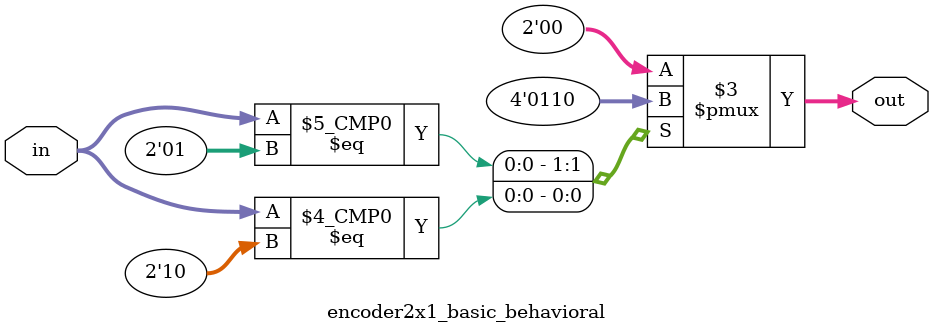
<source format=v>
module encoder2x1_basic_behavioral(input [1:0] in, output reg [1:0] out);

    always @* begin
        case(in)
            2'b01: out = 2'b01;
            2'b10: out = 2'b10;
            default: out = 2'b00; // Handle undefined case
        endcase
    end

endmodule

</source>
